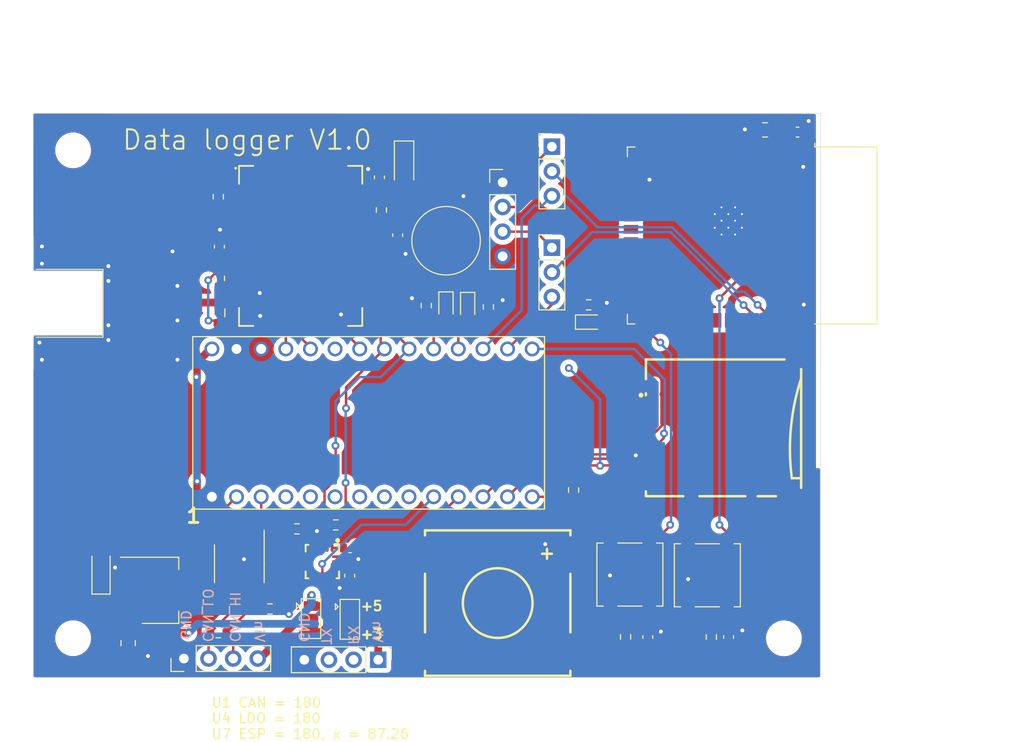
<source format=kicad_pcb>
(kicad_pcb (version 20221018) (generator pcbnew)
  (layers (0 "F.Cu" signal) (31 "B.Cu" signal) (34 "B.Paste" user) (35 "F.Paste" user) (36 "B.SilkS" user "B.Silkscreen") (37 "F.SilkS" user "F.Silkscreen") (38 "B.Mask" user) (39 "F.Mask" user) (44 "Edge.Cuts" user))
  (net 0 "")
  (net 1 "GND")
  (net 2 "/RF")
  (net 3 "BACKUP")
  (net 4 "Net-(C2-Pad2)")
  (net 5 "+5V")
  (net 6 "+3.3V")
  (net 7 "ESP_EN")
  (net 8 "IO0")
  (net 9 "Net-(D1-K)")
  (net 10 "LED1")
  (net 11 "Net-(D2-K)")
  (net 12 "Net-(D3-K)")
  (net 13 "LED2")
  (net 14 "Net-(J1-Pin_1)")
  (net 15 "RX1")
  (net 16 "TX1")
  (net 17 "CAN_LO")
  (net 18 "CAN_HI")
  (net 19 "ESP_RX_OUT")
  (net 20 "U0RXD")
  (net 21 "ESP_RX")
  (net 22 "ESP_TX_OUT")
  (net 23 "U0TXD")
  (net 24 "ESP_TX")
  (net 25 "SPK")
  (net 26 "Net-(U1-Rs)")
  (net 27 "Net-(U3-VCC_RF)")
  (net 28 "Net-(U3-D_SEL)")
  (net 29 "SDA")
  (net 30 "SCL")
  (net 31 "CAN_TX")
  (net 32 "CAN_RX")
  (net 35 "PPS")
  (net 36 "EXTINT")
  (net 40 "RESET_GPS")
  (net 51 "ACC_INT")
  (net 55 "Net-(J2-Pin_4)")
  (net 56 "Net-(D5-K)")
  (net 57 "Net-(D5-A)")
  (net 87 "MISO")
  (net 88 "MOSI")
  (net 89 "CS")
  (net 96 "CLK")
  (footprint "Connector_PinHeader_2.54mm:PinHeader_1x03_P2.54mm_Vertical" (layer "F.Cu") (at 70.3586 28.6244)
    (fp_text reference "J3" hide)
    (fp_text value "Conn_01x03" hide)
  )
  (footprint "Resistor_SMD:R_0603_1608Metric" (layer "F.Cu") (at 52.7818 24.7382 90)
    (fp_text reference "R3" hide)
    (fp_text value "1k")
  )
  (footprint "Button_Switch_SMD:SW_SPST_B3SL-1022P" (layer "F.Cu") (at 78.3982 62.3222 90)
    (fp_text reference "S2" hide)
    (fp_text value "TL3342F160QG" hide)
  )
  (footprint "Inductor_SMD:L_0805_2012Metric" (layer "F.Cu") (at 36.0812 35.3439 -90)
    (fp_text reference "L1" hide)
    (fp_text value "27nH")
  )
  (footprint "RF_Antenna:molex_ 0732519780" (layer "F.Cu") (at 24.0826 34.3574 -90)
    (fp_text reference "ANT1" hide)
    (fp_text value "U.FL" hide)
  )
  (footprint "MountingHole:MountingHole_3.2mm_M3" (layer "F.Cu") (at 94.2766 68.8994)
    (fp_text reference "REF**" hide)
    (fp_text value "MountingHole_3.2mm_M3" hide)
  )
  (footprint "Resistor_SMD:R_0603_1608Metric" (layer "F.Cu") (at 86.7924 68.7574 90)
    (fp_text reference "R10" hide)
    (fp_text value "10k" hide)
  )
  (footprint "Capacitor_SMD:C_0805_2012Metric" (layer "F.Cu") (at 26.6706 69.3914 -90)
    (fp_text reference "C4" hide)
    (fp_text value "10uF")
  )
  (footprint "Resistor_SMD:R_0603_1608Metric" (layer "F.Cu") (at 35.967 23.3666 -90)
    (fp_text reference "R7" hide)
    (fp_text value "10k" hide)
  )
  (footprint "Connector_Card:TF-SMD_TF-013-A" (layer "F.Cu") (at 87.98 47.26 90)
    (fp_text reference "J6" hide)
    (fp_text value "SD_Card" hide)
  )
  (footprint "LED_SMD:LED_0603_1608Metric" (layer "F.Cu") (at 61.6718 34.7203 -90)
    (fp_text reference "D3" hide)
    (fp_text value "LED GRN" hide)
  )
  (footprint "Resistor_SMD:R_0603_1608Metric" (layer "F.Cu") (at 77.9532 68.7452 90)
    (fp_text reference "R11" hide)
    (fp_text value "10k" hide)
  )
  (footprint "Capacitor_SMD:C_0603_1608Metric" (layer "F.Cu") (at 95.6824 16.7118)
    (fp_text reference "C7" hide)
    (fp_text value "100nF" hide)
  )
  (footprint "LIS3DHTR:LGA-16_L3.0-W3.0-P0.50-TL" (layer "F.Cu") (at 46.6958 60.9798 -90)
    (fp_text reference "U5" hide)
    (fp_text value "LIS3DHTR" hide)
  )
  (footprint "Capacitor_SMD:C_0603_1608Metric" (layer "F.Cu") (at 49.5122 62.4276 -90)
    (fp_text reference "C9" hide)
    (fp_text value "100nF" hide)
  )
  (footprint "MountingHole:MountingHole_3.2mm_M3" (layer "F.Cu") (at 21 18.59)
    (fp_text reference "REF**" hide)
    (fp_text value "MountingHole_3.2mm_M3" hide)
  )
  (footprint "Package_SO:SOIC-8_3.9x4.9mm_P1.27mm" (layer "F.Cu") (at 38.1336 61.2004 -90)
    (fp_text reference "U1" hide)
    (fp_text value "TJA1050T/CM,118" hide)
  )
  (footprint "Capacitor_SMD:C_0603_1608Metric" (layer "F.Cu") (at 80.2392 68.7582 -90)
    (fp_text reference "C13" hide)
    (fp_text value "100nF" hide)
  )
  (footprint "Buzzer_Beeper:BUZ-SMD_5P-L15.0-W15.0-P13.7-BL" (layer "F.Cu") (at 64.7706 64.8194 180)
    (fp_text reference "LS1" hide)
    (fp_text value "Speaker" hide)
  )
  (footprint "RF_Module:ESP32-WROOM-32D" (layer "F.Cu") (at 88.0166 27.3668 -90)
    (fp_text reference "U7" hide)
    (fp_text value "ESP32-WROOM-32D")
  )
  (footprint "Battery:BatteryHolder_Seiko_MS621F" (layer "F.Cu") (at 59.4486 22.9094 90)
    (fp_text reference "BT1" hide)
    (fp_text value "Battery_Cell" hide)
  )
  (footprint "Capacitor_Tantalum_SMD:CP_EIA-3216-18_Kemet-A" (layer "F.Cu") (at 23.8766 62.0254 90)
    (fp_text reference "C10" hide)
    (fp_text value "C_Polarized_Small_US" hide)
  )
  (footprint "LED_SMD:LED_0603_1608Metric" (layer "F.Cu") (at 59.4366 34.6695 -90)
    (fp_text reference "D1" hide)
    (fp_text value "LED RED" hide)
  )
  (footprint "Diode_SMD:D_SOD-123" (layer "F.Cu") (at 55.1186 19.9894 -90)
    (fp_text reference "D2" hide)
    (fp_text value "D_Schottky" hide)
  )
  (footprint "Button_Switch_SMD:SW_SPST_B3SL-1022P" (layer "F.Cu") (at 86.3804 62.3984 90)
    (fp_text reference "S1" hide)
    (fp_text value "TL3342F160QG" hide)
  )
  (footprint "Resistor_SMD:R_0603_1608Metric" (layer "F.Cu") (at 72.5938 53.6048 -90)
    (fp_text reference "R13" hide)
    (fp_text value "20k")
  )
  (footprint "Capacitor_SMD:C_0603_1608Metric" (layer "F.Cu") (at 49.5506 59.5568)
    (fp_text reference "C6" hide)
    (fp_text value "100nF" hide)
  )
  (footprint "Package_TO_SOT_SMD:SOT-223-3_TabPin2" (layer "F.Cu") (at 29.9806 63.9474)
    (fp_text reference "U4" hide)
    (fp_text value "LD1117S18TR_SOT223" hide)
  )
  (footprint "Jumper:SolderJumper-3_P1.3mm_Open_Pad1.0x1.5mm" (layer "F.Cu") (at 49.5283 66.9358 -90)
    (fp_text reference "JP1" hide)
    (fp_text value "SolderJumper_3_Open" hide)
  )
  (footprint "Resistor_SMD:R_0603_1608Metric" (layer "F.Cu") (at 41.2954 65.869)
    (fp_text reference "R2" hide)
    (fp_text value "10k")
  )
  (footprint "Connector_PinHeader_2.54mm:PinHeader_1x04_P2.54mm_Vertical" (layer "F.Cu") (at 52.4516 71.1064 -90)
    (fp_text reference "J1" hide)
    (fp_text value "SERIAL1")
  )
  (footprint "Connector_PinHeader_2.54mm:PinHeader_1x04_P2.54mm_Vertical" (layer "F.Cu") (at 65.2786 21.8934)
    (fp_text reference "J5" hide)
    (fp_text value "PROG ESP32")
  )
  (footprint "Resistor_SMD:R_0603_1608Metric" (layer "F.Cu") (at 36.0812 31.7814 90)
    (fp_text reference "R6" hide)
    (fp_text value "10")
  )
  (footprint "Capacitor_SMD:C_0603_1608Metric" (layer "F.Cu") (at 88.5704 68.7574 -90)
    (fp_text reference "C12" hide)
    (fp_text value "100nF" hide)
  )
  (footprint "Resistor_SMD:R_0603_1608Metric" (layer "F.Cu") (at 44.0772 57.614)
    (fp_text reference "R8" hide)
    (fp_text value "10k" hide)
  )
  (footprint "DEV-15583:MODULE_DEV-15583" (layer "F.Cu") (at 51.8166 46.6838 90)
    (fp_text reference "U6" hide)
    (fp_text value "DEV-15583" hide)
  )
  (footprint "Capacitor_SMD:C_0603_1608Metric" (layer "F.Cu") (at 54.4582 27.329 90)
    (fp_text reference "C1" hide)
    (fp_text value "1uF")
  )
  (footprint "MountingHole:MountingHole_3.2mm_M3" (layer "F.Cu") (at 21 68.8834)
    (fp_text reference "REF**" hide)
    (fp_text value "MountingHole_3.2mm_M3" hide)
  )
  (footprint "Resistor_SMD:R_0603_1608Metric" (layer "F.Cu") (at 63.8054 34.7336 -90)
    (fp_text reference "R4" hide)
    (fp_text value "20k" hide)
  )
  (footprint "Capacitor_SMD:C_0603_1608Metric" (layer "F.Cu") (at 36.0812 28.5294 -90)
    (fp_text reference "C2" hide)
    (fp_text value "47pF")
  )
  (footprint "Resistor_SMD:R_0603_1608Metric" (layer "F.Cu") (at 57.4046 34.5934 -90)
    (fp_text reference "R1" hide)
    (fp_text value "20k" hide)
  )
  (footprint "Resistor_SMD:R_0603_1608Metric" (layer "F.Cu") (at 48.0772 57.2076 180)
    (fp_text reference "R9" hide)
    (fp_text value "10k" hide)
  )
  (footprint "Resistor_SMD:R_0603_1608Metric" (layer "F.Cu") (at 74.1432 34.5172 180)
    (fp_text reference "R12" hide)
    (fp_text value "20k" hide)
  )
  (footprint "Capacitor_SMD:C_0603_1608Metric" (layer "F.Cu") (at 52.5786 21.3724 -90)
    (fp_text reference "C3" hide)
    (fp_text value "1uF")
  )
  (footprint "Capacitor_SMD:C_0805_2012Metric" (layer "F.Cu") (at 92.3296 16.4832)
    (fp_text reference "C8" hide)
    (fp_text value "10uF" hide)
  )
  (footprint "Resistor_SMD:R_0603_1608Metric" (layer "F.Cu") (at 35.9746 68.3124)
    (fp_text reference "R5" hide)
    (fp_text value "120" hide)
  )
  (footprint "Jumper:SolderJumper-3_P1.3mm_Open_Pad1.0x1.5mm" (layer "F.Cu") (at 45.525 66.8642 -90)
    (fp_text reference "JP2" hide)
    (fp_text value "SolderJumper_3_Open" hide)
  )
  (footprint "Connector_PinHeader_2.54mm:PinHeader_1x04_P2.54mm_Vertical" (layer "F.Cu") (at 32.4186 70.9794 90)
    (fp_text reference "J2" hide)
    (fp_text value "Conn_01x04" hide)
  )
  (footprint "Feather-NEO-M9N-GPS:NEO-M9N" (layer "F.Cu") (at 44.4562 28.4394 180)
    (fp_text reference "U3" hide)
    (fp_text value "NEO-M9N" hide)
  )
  (footprint "LED_SMD:LED_0603_1608Metric" (layer "F.Cu") (at 74.2702 36.2952)
    (fp_text reference "D5" hide)
    (fp_text value "LED BLU" hide)
  )
  (footprint "Connector_PinHeader_2.54mm:PinHeader_1x03_P2.54mm_Vertical" (layer "F.Cu") (at 70.3586 18.2104)
    (fp_text reference "J4" hide)
    (fp_text value "Conn_01x03" hide)
  )
  (gr_poly (pts (xy 16.8916 27.6084) (xy 16.893496 31.0374) (xy 24.005496 31.0374) (xy 24.005496 37.6414) (xy 16.893496 37.6414) (xy 16.893496 40.9434) (xy 16.893496 45.2614) (xy 16.893496 72.9474) (xy 98.046496 72.9474) (xy 98.046496 14.7814) (xy 16.87 14.77)) (stroke (width 0.05)) (fill none) (layer "Edge.Cuts"))
  (gr_text "TX\n" (at 46.4826 69.6454 270) (layer "B.SilkS") (effects (font (size 1 1)) (justify left bottom mirror)))
  (gr_text "Vin" (at 51.7866 69.4194 270) (layer "B.SilkS") (effects (font (size 1 1)) (justify left bottom mirror)))
  (gr_text "CAN_HI\n" (at 37.0846 69.3914 270) (layer "B.SilkS") (effects (font (size 1 1)) (justify left bottom mirror)))
  (gr_text "Vin" (at 39.6246 69.3914 270) (layer "B.SilkS") (effects (font (size 1 1)) (justify left bottom mirror)))
  (gr_text "GND\n" (at 32.0046 69.1374 270) (layer "B.SilkS") (effects (font (size 1 1)) (justify left bottom mirror)))
  (gr_text "RX" (at 49.2766 69.6454 270) (layer "B.SilkS") (effects (font (size 1 1)) (justify left bottom mirror)))
  (gr_text "CAN_LO" (at 34.2906 69.3914 -90) (layer "B.SilkS") (effects (font (size 1 1)) (justify left bottom mirror)))
  (gr_text "GND\n" (at 44.1966 69.3914 270) (layer "B.SilkS") (effects (font (size 1 1)) (justify left bottom mirror)))
  (gr_text "+3" (at 50.5217 69.0464) (layer "F.SilkS") (effects (font (size 1 1) (thickness 0.24) bold) (justify left bottom)))
  (gr_text "1" (at 32.512 57.15) (layer "F.SilkS") (effects (font (size 1.5 1.5) (thickness 0.3) bold) (justify left bottom)))
  (gr_text "+5" (at 50.54 66.15) (layer "F.SilkS") (effects (font (size 1 1) (thickness 0.2) bold) (justify left bottom)))
  (gr_text "U1 CAN = 180\nU4 LDO = 180\nU7 ESP = 180, x = 87.26" (at 35.18 79.34) (layer "F.SilkS") (effects (font (size 1 1)) (justify left bottom)))
  (gr_text "Data logger V1.0\n" (at 25.95 18.68) (layer "F.SilkS") (effects (font (size 2 2) (thickness 0.2)) (justify left bottom)))
  (segment (start 26.9322 70.4664) (end 28.4562 70.4664) (width 0.25) (layer "F.Cu") (net 1))
  (segment (start 76.353 62.4146) (end 76.3982 62.4598) (width 0.25) (layer "F.Cu") (net 1))
  (segment (start 38.7686 58.7254) (end 38.7686 60.5858) (width 0.25) (layer "F.Cu") (net 1))
  (segment (start 54.4582 28.4466) (end 55.271 29.2594) (width 0.25) (layer "F.Cu") (net 1))
  (segment (start 63.8054 33.9086) (end 65.1526 33.9086) (width 0.25) (layer "F.Cu") (net 1))
  (segment (start 57.4046 33.7684) (end 55.9944 33.7684) (width 0.25) (layer "F.Cu") (net 1))
  (segment (start 36.0812 26.8338) (end 36.1448 26.7702) (width 0.25) (layer "F.Cu") (net 1))
  (segment (start 46.024404 57.952796) (end 46.1346 57.8426) (width 0.25) (layer "F.Cu") (net 1))
  (segment (start 47.1958 63.0298) (end 47.876 63.71) (width 0.25) (layer "F.Cu") (net 1))
  (segment (start 65.1526 33.9086) (end 65.2786 34.0346) (width 0.25) (layer "F.Cu") (net 1))
  (segment (start 42.7228 65.869) (end 43.2512 66.3974) (width 0.25) (layer "F.Cu") (net 1))
  (segment (start 50.3758 59.5698) (end 50.3758 60.7122) (width 0.25) (layer "F.Cu") (net 1))
  (segment (start 89.8964 67.9824) (end 89.9928 68.0788) (width 0.25) (layer "F.Cu") (net 1))
  (segment (start 38.4562 33.2394) (end 40.1756 33.2394) (width 0.25) (layer "F.Cu") (net 1))
  (segment (start 79.505 49.885) (end 79.58 49.96) (width 0.25) (layer "F.Cu") (net 1))
  (segment (start 80.2392 67.9832) (end 81.3628 67.9832) (width 0.25) (layer "F.Cu") (net 1))
  (segment (start 84.3804 62.7712) (end 84.4048 62.7956) (width 0.25) (layer "F.Cu") (net 1))
  (segment (start 78.9946 50.0366) (end 80.3534 50.0366) (width 0.25) (layer "F.Cu") (net 1))
  (segment (start 96.7498 16.7626) (end 96.7498 15.6444) (width 0.25) (layer "F.Cu") (net 1))
  (segment (start 50.4562 21.4394) (end 50.4926 21.4394) (width 0.25) (layer "F.Cu") (net 1))
  (segment (start 80.3742 21.6568) (end 80.417 21.614) (width 0.25) (layer "F.Cu") (net 1))
  (segment (start 91.471 16.534) (end 90.3484 16.534) (width 0.25) (layer "F.Cu") (net 1))
  (segment (start 38.7686 60.5858) (end 38.6162 60.7382) (width 0.25) (layer "F.Cu") (net 1))
  (segment (start 48.6846 35.4394) (end 48.6162 35.5078) (width 0.25) (layer "F.Cu") (net 1))
  (segment (start 42.1204 65.869) (end 42.7228 65.869) (width 0.25) (layer "F.Cu") (net 1))
  (segment (start 54.4582 28.104) (end 54.4582 28.4466) (width 0.25) (layer "F.Cu") (net 1))
  (segment (start 47.876 63.71) (end 48.4714 63.71) (width 0.25) (layer "F.Cu") (net 1))
  (segment (start 25.332 61.6018) (end 25.2864 61.6474) (width 0.25) (layer "F.Cu") (net 1))
  (segment (start 46.024404 58.4648) (end 46.024404 57.952796) (width 0.25) (layer "F.Cu") (net 1))
  (segment (start 25.332 61.6018) (end 24.803 61.6018) (width 0.25) (layer "F.Cu") (net 1))
  (segment (start 84.3804 65.2784) (end 84.3804 62.82) (width 0.25) (layer "F.Cu") (net 1))
  (segment (start 81.3628 67.9832) (end 81.5854 68.2058) (width 0.25) (layer "F.Cu") (net 1))
  (segment (start 26.8306 61.6474) (end 25.3776 61.6474) (width 0.25) (layer "F.Cu") (net 1))
  (segment (start 88.5704 67.9824) (end 89.8964 67.9824) (width 0.25) (layer "F.Cu") (net 1))
  (segment (start 40.1756 33.2394) (end 40.2342 33.298) (width 0.25) (layer "F.Cu") (net 1))
  (segment (start 52.7182 20.6554) (end 51.5438 20.6554) (width 0.25) (layer "F.Cu") (net 1))
  (segment (start 79.58 49.96) (end 80.43 49.96) (width 0.25) (layer "F.Cu") (net 1))
  (segment (start 28.4562 70.4664) (end 28.7102 70.7204) (width 0.25) (layer "F.Cu") (net 1))
  (segment (start 50.4926 21.4394) (end 51.4102 20.5218) (width 0.25) (layer "F.Cu") (net 1))
  (segment (start 79.58 46.66) (end 79.505 46.735) (width 0.25) (layer "F.Cu") (net 1))
  (segment (start 45.6958 59.5798) (end 45.6958 58.793404) (width 0.25) (layer "F.Cu") (net 1))
  (segment (start 74.9682 34.5172) (end 75.811102 34.5172) (width 0.25) (layer "F.Cu") (net 1))
  (segment (start 96.2666 18.6168) (end 96.2666 20.2932) (width 0.25) (layer "F.Cu") (net 1))
  (segment (start 25.3776 61.6474) (end 25.332 61.6018) (width 0.25) (layer "F.Cu") (net 1))
  (segment (start 76.3982 62.3694) (end 76.353 62.4146) (width 0.25) (layer "F.Cu") (net 1))
  (segment (start 79.505 46.735) (end 79.505 49.885) (width 0.25) (layer "F.Cu") (net 1))
  (segment (start 24.803 61.6018) (end 23.8766 60.6754) (width 0.25) (layer "F.Cu") (net 1))
  (segment (start 40.0642 35.4394) (end 40.285 35.6602) (width 0.25) (layer "F.Cu") (net 1))
  (segment (start 60.8336 22.9094) (end 61.24 23.3158) (width 0.25) (layer "F.Cu") (net 1))
  (segment (start 38.4562 35.4394) (end 40.0642 35.4394) (width 0.25) (layer "F.Cu") (net 1))
  (segment (start 96.2666 34.5426) (end 96.3174 34.4918) (width 0.25) (layer "F.Cu") (net 1))
  (segment (start 80.3534 50.0366) (end 80.43 49.96) (width 0.25) (layer "F.Cu") (net 1))
  (segment (start 80.43 46.66) (end 79.58 46.66) (width 0.25) (layer "F.Cu") (net 1))
  (segment (start 76.3982 62.4598) (end 76.3982 65.2022) (width 0.25) (layer "F.Cu") (net 1))
  (segment (start 50.4562 35.4394) (end 48.6846 35.4394) (width 0.25) (layer "F.Cu") (net 1))
  (segment (start 71.6206 59.8194) (end 70.3016 59.8194) (width 0.25) (layer "F.Cu") (net 1))
  (segment (start 96.2666 36.1168) (end 96.2666 34.5426) (width 0.25) (layer "F.Cu") (net 1))
  (segment (start 49.5122 63.2026) (end 48.9788 63.2026) (width 0.25) (layer "F.Cu") (net 1))
  (segment (start 78.5066 21.6568) (end 80.3742 21.6568) (width 0.25) (layer "F.Cu") (net 1))
  (segment (start 84.3804 62.82) (end 84.4048 62.7956) (width 0.25) (layer "F.Cu") (net 1))
  (segment (start 90.3484 16.534) (end 90.2468 16.4324) (width 0.25) (layer "F.Cu") (net 1))
  (segment (start 47.1958 62.3798) (end 47.1958 63.0298) (width 0.25) (layer "F.Cu") (net 1))
  (segment (start 36.0812 27.7544) (end 36.0812 26.8338) (width 0.25) (layer "F.Cu") (net 1))
  (segment (start 76.3982 59.4422) (end 76.3982 62.3694) (width 0.25) (layer "F.Cu") (net 1))
  (segment (start 45.6958 58.793404) (end 46.024404 58.4648) (width 0.25) (layer "F.Cu") (net 1))
  (segment (start 55.9944 33.7684) (end 55.9314 33.8314) (width 0.25) (layer "F.Cu") (net 1))
  (segment (start 84.3804 59.5184) (end 84.3804 62.7712) (width 0.25) (layer "F.Cu") (net 1))
  (segment (start 96.7498 15.6444) (end 96.8254 15.5688) (width 0.25) (layer "F.Cu") (net 1))
  (segment (start 70.3016 59.8194) (end 69.6678 59.1856) (width 0.25) (layer "F.Cu") (net 1))
  (segment (start 60.1986 22.9094) (end 60.8336 22.9094) (width 0.25) (layer "F.Cu") (net 1))
  (segment (start 75.811102 34.5172) (end 76.018551 34.309751) (width 0.25) (layer "F.Cu") (net 1))
  (segment (start 51.5438 20.6554) (end 51.4102 20.5218) (width 0.25) (layer "F.Cu") (net 1))
  (segment (start 48.9788 63.2026) (end 48.4714 63.71) (width 0.25) (layer "F.Cu") (net 1))
  (via (at 50.4018 60.7382) (size 0.8) (drill 0.4) (layers "F.Cu" "B.Cu") (net 1))
  (via (at 65.2786 34.0346) (size 0.8) (drill 0.4) (layers "F.Cu" "B.Cu") (net 1))
  (via (at 96.2666 20.2932) (size 0.8) (drill 0.4) (layers "F.Cu" "B.Cu") (net 1))
  (via (at 48.4714 63.71) (size 0.8) (drill 0.4) (layers "F.Cu" "B.Cu") (net 1))
  (via (at 17.7806 40.1814) (size 0.8) (drill 0.4) (layers "F.Cu" "B.Cu") (net 1))
  (via (at 31.7506 40.1814) (size 0.8) (drill 0.4) (layers "F.Cu" "B.Cu") (net 1))
  (via (at 24.6386 38.1494) (size 0.8) (drill 0.4) (layers "F.Cu" "B.Cu") (net 1))
  (via (at 36.1448 26.7702) (size 0.8) (drill 0.4) (layers "F.Cu" "B.Cu") (net 1))
  (via (at 81.5854 68.2058) (size 0.8) (drill 0.4) (layers "F.Cu" "B.Cu") (net 1))
  (via (at 48.6162 35.5078) (size 0.8) (drill 0.4) (layers "F.Cu" "B.Cu") (net 1))
  (via (at 51.4102 20.5218) (size 0.8) (drill 0.4) (layers "F.Cu" "B.Cu") (net 1))
  (via (at 24.6386 30.5294) (size 0.8) (drill 0.4) (layers "F.Cu" "B.Cu") (net 1))
  (via (at 84.4048 62.7956) (size 0.8) (drill 0.4) (layers "F.Cu" "B.Cu") (net 1))
  (via (at 96.8254 15.5688) (size 0.8) (drill 0.4) (layers "F.Cu" "B.Cu") (net 1))
  (via (at 78.9946 50.0366) (size 0.8) (drill 0.4) (layers "F.Cu" "B.Cu") (net 1))
  (via (at 69.6678 59.1856) (size 0.8) (drill 0.4) (layers "F.Cu" "B.Cu") (net 1))
  (via (at 76.018551 34.309751) (size 0.8) (drill 0.4) (layers "F.Cu" "B.Cu") (net 1))
  (via (at 24.6386 36.6254) (size 0.8) (drill 0.4) (layers "F.Cu" "B.Cu") (net 1))
  (via (at 40.2342 33.298) (size 0.8) (drill 0.4) (layers "F.Cu" "B.Cu") (net 1))
  (via (at 38.6162 60.7382) (size 0.8) (drill 0.4) (layers "F.Cu" "B.Cu") (net 1))
  (via (at 61.24 23.3158) (size 0.8) (drill 0.4) (layers "F.Cu" "B.Cu") (net 1))
  (via (at 40.285 35.6602) (size 0.8) (drill 0.4) (layers "F.Cu" "B.Cu") (net 1))
  (via (at 24.6386 32.0534) (size 0.8) (drill 0.4) (layers "F.Cu" "B.Cu") (net 1))
  (via (at 28.7102 70.7204) (size 0.8) (drill 0.4) (layers "F.Cu" "B.Cu") (net 1))
  (via (at 96.3174 34.4918) (size 0.8) (drill 0.4) (layers "F.Cu" "B.Cu") (net 1))
  (via (at 17.5266 38.4034) (size 0.8) (drill 0.4) (layers "F.Cu" "B.Cu") (net 1))
  (via (at 90.2468 16.4324) (size 0.8) (drill 0.4) (layers "F.Cu" "B.Cu") (net 1))
  (via (at 43.2512 66.3974) (size 0.8) (drill 0.4) (layers "F.Cu" "B.Cu") (net 1))
  (via (at 31.7506 36.1174) (size 0.8) (drill 0.4) (layers "F.Cu" "B.Cu") (net 1))
  (via (at 80.417 21.614) (size 0.8) (drill 0.4) (layers "F.Cu" "B.Cu") (net 1))
  (via (at 25.332 61.6018) (size 0.8) (drill 0.4) (layers "F.Cu" "B.Cu") (net 1))
  (via (at 31.2426 29.0054) (size 0.8) (drill 0.4) (layers "F.Cu" "B.Cu") (net 1))
  (via (at 76.353 62.4146) (size 0.8) (drill 0.4) (layers "F.Cu" "B.Cu") (net 1))
  (via (at 89.9928 68.0788) (size 0.8) (drill 0.4) (layers "F.Cu" "B.Cu") (net 1))
  (via (at 46.1346 57.8426) (size 0.8) (drill 0.4) (layers "F.Cu" "B.Cu") (net 1))
  (via (at 55.271 29.2594) (size 0.8) (drill 0.4) (layers "F.Cu" "B.Cu") (net 1))
  (via (at 17.7806 30.2754) (size 0.8) (drill 0.4) (layers "F.Cu" "B.Cu") (net 1))
  (via (at 17.7806 28.4974) (size 0.8) (drill 0.4) (layers "F.Cu" "B.Cu") (net 1))
  (via (at 31.7506 32.5614) (size 0.8) (drill 0.4) (layers "F.Cu" "B.Cu") (net 1))
  (via (at 55.9314 33.8314) (size 0.8) (drill 0.4) (layers "F.Cu" "B.Cu") (net 1))
  (segment (start 34.1746 34.3394) (end 25.1466 34.3394) (width 0.8) (layer "F.Cu") (net 2))
  (segment (start 36.0812 34.2814) (end 34.2326 34.2814) (width 0.8) (layer "F.Cu") (net 2))
  (segment (start 34.2326 34.2814) (end 34.1746 34.3394) (width 0.8) (layer "F.Cu") (net 2))
  (segment (start 36.1392 34.3394) (end 36.0812 34.2814) (width 0.25) (layer "F.Cu") (net 2))
  (segment (start 38.4562 34.3394) (end 36.1392 34.3394) (width 0.5) (layer "F.Cu") (net 2))
  (segment (start 51.9818 23.989) (end 51.6322 23.6394) (width 0.25) (layer "F.Cu") (net 3))
  (segment (start 54.4582 26.554) (end 53.7726 26.554) (width 0.25) (layer "F.Cu") (net 3))
  (segment (start 51.9818 24.7632) (end 51.9818 23.989) (width 0.25) (layer "F.Cu") (net 3))
  (segment (start 54.8646 25.6018) (end 54.8646 26.1476) (width 0.25) (layer "F.Cu") (net 3))
  (segment (start 54.8646 26.1476) (end 54.4582 26.554) (width 0.25) (layer "F.Cu") (net 3))
  (segment (start 51.6322 23.6394) (end 50.4562 23.6394) (width 0.25) (layer "F.Cu") (net 3))
  (segment (start 53.7726 26.554) (end 52.7818 25.5632) (width 0.25) (layer "F.Cu") (net 3))
  (segment (start 52.7818 25.5632) (end 51.9818 24.7632) (width 0.25) (layer "F.Cu") (net 3))
  (segment (start 56.0062 25.6018) (end 54.8646 25.6018) (width 0.25) (layer "F.Cu") (net 3))
  (segment (start 58.6986 22.9094) (end 56.0062 25.6018) (width 0.25) (layer "F.Cu") (net 3))
  (segment (start 36.0812 30.9564) (end 35.9464 30.9564) (width 0.25) (layer "F.Cu") (net 4))
  (segment (start 36.0812 29.3044) (end 36.0812 30.9564) (width 0.25) (layer "F.Cu") (net 4))
  (segment (start 35.8176 36.1428) (end 36.0812 36.4064) (width 0.25) (layer "F.Cu") (net 4))
  (segment (start 35.9464 30.9564) (end 34.9256 31.9772) (width 0.25) (layer "F.Cu") (net 4))
  (segment (start 34.951 36.1428) (end 35.8176 36.1428) (width 0.25) (layer "F.Cu") (net 4))
  (via (at 34.951 36.1428) (size 0.8) (drill 0.4) (layers "F.Cu" "B.Cu") (net 4))
  (via (at 34.9256 31.9772) (size 0.8) (drill 0.4) (layers "F.Cu" "B.Cu") (net 4))
  (segment (start 34.9256 36.1174) (end 34.951 36.1428) (width 0.25) (layer "B.Cu") (net 4))
  (segment (start 34.9256 31.9772) (end 34.9256 36.1174) (width 0.25) (layer "B.Cu") (net 4))
  (segment (start 33.7572 53.8366) (end 33.7572 52.78) (width 0.8) (layer "F.Cu") (net 5))
  (segment (start 33.7572 40.4608) (end 35.3066 38.9114) (width 0.8) (layer "F.Cu") (net 5))
  (segment (start 29.4619 65.2581) (end 29.4619 58.1319) (width 0.8) (layer "F.Cu") (net 5))
  (segment (start 45.525 65.5642) (end 45.525 64.505) (width 0.8) (layer "F.Cu") (net 5))
  (segment (start 26.8306 67.1898) (end 27.1862 67.5454) (width 0.8) (layer "F.Cu") (net 5))
  (segment (start 45.525 64.505) (end 45.6 64.43) (width 0.8) (layer "F.Cu") (net 5))
  (segment (start 47.7602 65.5896) (end 47.7856 65.5642) (width 0.8) (layer "F.Cu") (net 5))
  (segment (start 33.7572 42.01) (end 33.7066 41.9594) (width 0.8) (layer "F.Cu") (net 5))
  (segment (start 26.8306 66.2474) (end 26.8306 67.1898) (width 0.8) (layer "F.Cu") (net 5))
  (segment (start 26.8814 68.4084) (end 26.8306 68.3576) (width 0.8) (layer "F.Cu") (net 5))
  (segment (start 26.8306 68.028) (end 26.8814 68.0788) (width 0.25) (layer "F.Cu") (net 5))
  (segment (start 33.7066 41.9594) (end 33.7572 41.9088) (width 0.8) (layer "F.Cu") (net 5))
  (segment (start 47.7348 65.5642) (end 47.7602 65.5896) (width 0.8) (layer "F.Cu") (net 5))
  (segment (start 27.1862 67.5454) (end 28.4306 66.301) (width 0.8) (layer "F.Cu") (net 5))
  (segment (start 27.1862 67.5454) (end 27.9736 68.3328) (width 0.8) (layer "F.Cu") (net 5))
  (segment (start 29.4619 58.1319) (end 33.7572 53.8366) (width 0.8) (layer "F.Cu") (net 5))
  (segment (start 26.8306 68.3576) (end 26.8306 68.028) (width 0.8) (layer "F.Cu") (net 5))
  (segment (start 28.4306 66.301) (end 28.4306 66.2894) (width 0.8) (layer "F.Cu") (net 5))
  (segment (start 47.7856 65.5642) (end 49.4567 65.5642) (width 0.8) (layer "F.Cu") (net 5))
  (segment (start 49.4567 65.5642) (end 49.5283 65.6358) (width 0.8) (layer "F.Cu") (net 5))
  (segment (start 27.9736 68.3328) (end 32.9012 68.3328) (width 0.8) (layer "F.Cu") (net 5))
  (segment (start 45.525 65.5642) (end 47.7348 65.5642) (width 0.8) (layer "F.Cu") (net 5))
  (segment (start 28.4306 66.2894) (end 29.4619 65.2581) (width 0.8) (layer "F.Cu") (net 5))
  (segment (start 33.7572 41.9088) (end 33.7572 40.4608) (width 0.8) (layer "F.Cu") (net 5))
  (via (at 32.9012 68.3328) (size 0.8) (drill 0.4) (layers "F.Cu" "B.Cu") (net 5))
  (via (at 33.7066 41.9594) (size 0.8) (drill 0.4) (layers "F.Cu" "B.Cu") (net 5))
  (via (at 45.6 64.43) (size 0.8) (drill 0.4) (layers "F.Cu" "B.Cu") (net 5))
  (via (at 33.7866 52.6994) (size 0.8) (drill 0.4) (layers "F.Cu" "B.Cu") (net 5))
  (segment (start 45.6 65.462814) (end 45.6 64.43) (width 0.8) (layer "B.Cu") (net 5))
  (segment (start 43.46 67.3974) (end 43.665414 67.3974) (width 0.8) (layer "B.Cu") (net 5))
  (segment (start 32.9012 68.3328) (end 33.8366 67.3974) (width 0.8) (layer "B.Cu") (net 5))
  (segment (start 33.8366 67.3974) (end 43.46 67.3974) (width 0.8) (layer "B.Cu") (net 5))
  (segment (start 43.665414 67.3974) (end 45.6 65.462814) (width 0.8) (layer "B.Cu") (net 5))
  (segment (start 33.7572 52.5388) (end 33.7572 42.01) (width 0.8) (layer "B.Cu") (net 5))
  (segment (start 43.46 67.3974) (end 45.9524 67.3974) (width 0.8) (layer "B.Cu") (net 5))
  (segment (start 48.0958 61.4798) (end 49.3394 61.4798) (width 0.25) (layer "F.Cu") (net 6))
  (segment (start 94.9074 16.7118) (end 93.5082 16.7118) (width 0.25) (layer "F.Cu") (net 6))
  (segment (start 50.3256 61.6526) (end 50.7828 62.1098) (width 0.25) (layer "F.Cu") (net 6))
  (segment (start 93.5082 16.7118) (end 93.2796 16.4832) (width 0.25) (layer "F.Cu") (net 6))
  (segment (start 45.2958 61.4798) (end 44.123 61.4798) (width 0.25) (layer "F.Cu") (net 6))
  (segment (start 93.2796 15.6602) (end 93.5488 15.391) (width 0.25) (layer "F.Cu") (net 6))
  (segment (start 48.7756 59.5568) (end 48.7756 59.1132) (width 0.25) (layer "F.Cu") (net 6))
  (segment (start 50.4562 22.5394) (end 52.3842 22.5394) (width 0.25) (layer "F.Cu") (net 6))
  (segment (start 80.43 47.76) (end 80.906295 47.76) (width 0.25) (layer "F.Cu") (net 6))
  (segment (start 47.6958 59.5798) (end 48.7526 59.5798) (width 0.25) (layer "F.Cu") (net 6))
  (segment (start 80.906295 47.76) (end 82.5506 46.115695) (width 0.25) (layer "F.Cu") (net 6))
  (segment (start 48.7756 59.1132) (end 49.0302 58.8586) (width 0.25) (layer "F.Cu") (net 6))
  (segment (start 52.3842 22.5394) (end 52.7182 22.2054) (width 0.25) (layer "F.Cu") (net 6))
  (segment (start 94.9712 16.534) (end 95.1998 16.7626) (width 0.25) (layer "F.Cu") (net 6))
  (segment (start 82.5506 46.115695) (end 82.5506 46.0234) (width 0.25) (layer "F.Cu") (net 6))
  (segment (start 54.1726 22.2054) (end 54.9916 21.3864) (width 0.25) (layer "F.Cu") (net 6))
  (segment (start 24.3146 63.9474) (end 23.7826 63.4154) (width 0.25) (layer "F.Cu") (net 6))
  (segment (start 94.9966 18.6168) (end 94.9966 16.9658) (width 0.25) (layer "F.Cu") (net 6))
  (segment (start 93.2796 16.4832) (end 93.2796 15.6602) (width 0.25) (layer "F.Cu") (net 6))
  (segment (start 26.8306 63.9474) (end 24.3146 63.9474) (width 0.25) (layer "F.Cu") (net 6))
  (segment (start 49.5122 61.6526) (end 50.3256 61.6526) (width 0.25) (layer "F.Cu") (net 6))
  (segment (start 49.3394 61.4798) (end 49.5122 61.6526) (width 0.25) (layer "F.Cu") (net 6))
  (segment (start 94.4886 16.28) (end 95.0474 15.7212) (width 0.25) (layer "F.Cu") (net 6))
  (segment (start 94.9966 16.9658) (end 95.1998 16.7626) (width 0.25) (layer "F.Cu") (net 6))
  (segment (start 48.7526 59.5798) (end 48.7756 59.5568) (width 0.25) (layer "F.Cu") (net 6))
  (segment (start 52.7182 22.2054) (end 54.1726 22.2054) (width 0.25) (layer "F.Cu") (net 6))
  (segment (start 88.3804 65.2784) (end 87.7704 65.8884) (width 0.25) (layer "F.Cu") (net 7))
  (segment (start 87.7704 68.7324) (end 88.5704 69.5324) (width 0.25) (layer "F.Cu") (net 7))
  (segment (start 93.7266 18.6168) (end 93.7266 27.7354) (width 0.25) (layer "F.Cu") (net 7))
  (segment (start 88.3804 59.5184) (end 88.3804 57.9492) (width 0.25) (layer "F.Cu") (net 7))
  (segment (start 93.7266 27.7354) (end 87.6306 33.8314) (width 0.25) (layer "F.Cu") (net 7))
  (segment (start 87.7704 65.8884) (end 87.7704 68.7324) (width 0.25) (layer "F.Cu") (net 7))
  (segment (start 88.3804 57.9492) (end 87.6306 57.1994) (width 0.25) (layer "F.Cu") (net 7))
  (segment (start 88.3804 59.5184) (end 88.3804 65.2784) (width 0.25) (layer "F.Cu") (net 7))
  (segment (start 88.5704 69.5324) (end 86.8424 69.5324) (width 0.25) (layer "F.Cu") (net 7))
  (segment (start 86.8424 69.5324) (end 86.7924 69.5824) (width 0.25) (layer "F.Cu") (net 7))
  (via (at 87.6306 33.8314) (size 0.8) (drill 0.4) (layers "F.Cu" "B.Cu") (net 7))
  (via (at 87.6306 57.1994) (size 0.8) (drill 0.4) (layers "F.Cu" "B.Cu") (net 7))
  (segment (start 87.6306 33.8314) (end 87.6306 57.1994) (width 0.25) (layer "B.Cu") (net 7))
  (segment (start 80.3982 65.2022) (end 79.1978 66.4026) (width 0.25) (layer "F.Cu") (net 8))
  (segment (start 79.7566 36.6968) (end 79.7566 36.1168) (width 0.25) (layer "F.Cu") (net 8))
  (segment (start 80.3982 59.4422) (end 80.3982 65.2022) (width 0.25) (layer "F.Cu") (net 8))
  (segment (start 77.9532 69.5702) (end 79.1978 69.5702) (width 0.25) (layer "F.Cu") (net 8))
  (segment (start 81.4632 38.4034) (end 79.7566 36.6968) (width 0.25) (layer "F.Cu") (net 8))
  (segment (start 81.5346 38.4034) (end 81.4632 38.4034) (width 0.25) (layer "F.Cu") (net 8))
  (segment (start 80.2022 69.5702) (end 80.2392 69.5332) (width 0.25) (layer "F.Cu") (net 8))
  (segment (start 80.3982 59.4422) (end 82.5506 57.2898) (width 0.25) (layer "F.Cu") (net 8))
  (segment (start 79.1978 66.4026) (end 79.1978 69.5702) (width 0.25) (layer "F.Cu") (net 8))
  (segment (start 79.1978 69.5702) (end 80.2022 69.5702) (width 0.25) (layer "F.Cu") (net 8))
  (segment (start 82.5506 57.2898) (end 82.5506 57.1994) (width 0.25) (layer "F.Cu") (net 8))
  (via (at 81.5346 38.4034) (size 0.8) (drill 0.4) (layers "F.Cu" "B.Cu") (net 8))
  (via (at 82.5506 57.1994) (size 0.8) (drill 0.4) (layers "F.Cu" "B.Cu") (net 8))
  (segment (start 81.5346 38.4748) (end 82.6406 39.5808) (width 0.25) (layer "B.Cu") (net 8))
  (segment (start 81.5346 38.4748) (end 81.5346 38.4034) (width 0.25) (layer "B.Cu") (net 8))
  (segment (start 82.6406 57.1998) (end 82.6406 39.5808) (width 0.25) (layer "B.Cu") (net 8))
  (segment (start 82.641 57.1994) (end 82.6406 57.1998) (width 0.25) (layer "B.Cu") (net 8))
  (segment (start 82.5506 57.1994) (end 82.641 57.1994) (width 0.25) (layer "B.Cu") (net 8))
  (segment (start 57.4046 35.4184) (end 57.9002 35.4184) (width 0.25) (layer "F.Cu") (net 9))
  (segment (start 57.9002 35.4184) (end 59.4366 33.882) (width 0.25) (layer "F.Cu") (net 9))
  (segment (start 58.1666 36.727) (end 59.4366 35.457) (width 0.25) (layer "F.Cu") (net 10))
  (segment (start 58.1666 38.9114) (end 58.1666 36.727) (width 0.25) (layer "F.Cu") (net 10))
  (segment (start 56.1346 22.6554) (end 54.8768 23.9132) (width 0.25) (layer "F.Cu") (net 11))
  (segment (start 56.1346 19.3554) (end 56.1346 22.6554) (width 0.25) (layer "F.Cu") (net 11))
  (segment (start 55.1186 18.3394) (end 56.1346 19.3554) (width 0.25) (layer "F.Cu") (net 11))
  (segment (start 54.8768 23.9132) (end 52.7818 23.9132) (width 0.25) (layer "F.Cu") (net 11))
  (segment (start 63.8054 35.5586) (end 63.2976 35.5586) (width 0.25) (layer "F.Cu") (net 12))
  (segment (start 63.2976 35.5586) (end 61.6718 33.9328) (width 0.25) (layer "F.Cu") (net 12))
  (segment (start 60.7066 38.9114) (end 60.7066 36.473) (width 0.25) (layer "F.Cu") (net 13))
  (segment (start 60.7066 36.473) (end 61.6718 35.5078) (width 0.25) (layer "F.Cu") (net 13))
  (segment (start 52.4516 68.3091) (end 51.0783 66.9358) (width 0.8) (layer "F.Cu") (net 14))
  (segment (start 52.4516 71.1064) (end 52.4516 68.3091) (width 0.8) (layer "F.Cu") (net 14))
  (segment (start 51.0783 66.9358) (end 49.5283 66.9358) (width 0.8) (layer "F.Cu") (net 14))
  (segment (start 34.9586 68.5034) (end 34.9586 70.9794) (width 0.25) (layer "F.Cu") (net 17))
  (segment (start 37.4986 65.9634) (end 35.1496 68.3124) (width 0.25) (layer "F.Cu") (net 17))
  (segment (start 35.1496 68.3124) (end 34.9586 68.5034) (width 0.25) (layer "F.Cu") (net 17))
  (segment (start 37.4986 63.6754) (end 37.4986 65.9634) (width 0.25) (layer "F.Cu") (net 17))
  (segment (start 38.7686 63.6754) (end 38.7686 66.3434) (width 0.25) (layer "F.Cu") (net 18))
  (segment (start 37.4986 69.0114) (end 37.4986 70.9794) (width 0.25) (layer "F.Cu") (net 18))
  (segment (start 38.7686 66.3434) (end 36.7996 68.3124) (width 0.25) (layer "F.Cu") (net 18))
  (segment (start 36.7996 68.3124) (end 37.4986 69.0114) (width 0.25) (layer "F.Cu") (net 18))
  (segment (start 68.7076 26.9734) (end 70.3586 28.6244) (width 0.25) (layer "F.Cu") (net 19))
  (segment (start 65.2786 26.9734) (end 68.7076 26.9734) (width 0.25) (layer "F.Cu") (net 19))
  (segment (start 91.1866 35.6094) (end 90.1198 34.5426) (width 0.25) (layer "F.Cu") (net 20))
  (segment (start 91.1866 36.1168) (end 91.1866 35.6094) (width 0.25) (layer "F.Cu") (net 20))
  (via (at 90.1198 34.5426) (size 0.8) (drill 0.4) (layers "F.Cu" "B.Cu") (net 20))
  (segment (start 82.6014 27.0242) (end 74.4988 27.0242) (width 0.25) (layer "B.Cu") (net 20))
  (segment (start 74.4988 27.0242) (end 70.3586 31.1644) (width 0.25) (layer "B.Cu") (net 20))
  (segment (start 90.1198 34.5426) (end 82.6014 27.0242) (width 0.25) (layer "B.Cu") (net 20))
  (segment (start 70.3586 34.4918) (end 70.3586 33.7044) (width 0.25) (layer "F.Cu") (net 21))
  (segment (start 65.7866 39.0638) (end 70.3586 34.4918) (width 0.25) (layer "F.Cu") (net 21))
  (segment (start 68.0218 20.5472) (end 70.3586 18.2104) (width 0.25) (layer "F.Cu") (net 22))
  (segment (start 66.7772 24.4334) (end 68.0218 23.1888) (width 0.25) (layer "F.Cu") (net 22))
  (segment (start 65.2786 24.4334) (end 66.7772 24.4334) (width 0.25) (layer "F.Cu") (net 22))
  (segment (start 68.0218 23.1888) (end 68.0218 20.5472) (width 0.25) (layer "F.Cu") (net 22))
  (segment (start 92.4566 36.1168) (end 92.4566 35.4062) (width 0.25) (layer "F.Cu") (net 23))
  (segment (start 92.4566 35.4062) (end 91.5676 34.5172) (width 0.25) (layer "F.Cu") (net 23))
  (via (at 91.5676 34.5172) (size 0.8) (drill 0.4) (layers "F.Cu" "B.Cu") (net 23))
  (segment (start 71.6667 22.0585) (end 71.6667 23.1253) (width 0.25) (layer "B.Cu") (net 23))
  (segment (start 91.5676 34.5172) (end 90.2214 33.171) (width 0.25) (layer "B.Cu") (net 23))
  (segment (start 89.4086 33.171) (end 82.7538 26.5162) (width 0.25) (layer "B.Cu") (net 23))
  (segment (start 71.6667 23.1253) (end 75.0576 26.5162) (width 0.25) (layer "B.Cu") (net 23))
  (segment (start 71.6667 22.0585) (end 70.3586 20.7504) (width 0.25) (layer "B.Cu") (net 23))
  (segment (start 90.2214 33.171) (end 89.4086 33.171) (width 0.25) (layer "B.Cu") (net 23))
  (segment (start 82.7538 26.5162) (end 75.0576 26.5162) (width 0.25) (layer "B.Cu") (net 23))
  (segment (start 63.2466 39.0638) (end 67.2366 35.0738) (width 0.25) (layer "B.Cu") (net 24))
  (segment (start 69.3696 24.2794) (end 70.3586 23.2904) (width 0.25) (layer "B.Cu") (net 24))
  (segment (start 67.2366 35.0738) (end 67.2366 25.6294) (width 0.25) (layer "B.Cu") (net 24))
  (segment (start 67.2366 25.6294) (end 68.5866 24.2794) (width 0.25) (layer "B.Cu") (net 24))
  (segment (start 68.5866 24.2794) (end 69.3696 24.2794) (width 0.25) (layer "B.Cu") (net 24))
  (segment (start 57.9206 57.0898) (end 60.7066 54.3038) (width 0.25) (layer "F.Cu") (net 25))
  (segment (start 57.9206 59.8194) (end 57.9206 57.0898) (width 0.25) (layer "F.Cu") (net 25))
  (segment (start 40.4704 65.869) (end 40.4704 64.1072) (width 0.25) (layer "F.Cu") (net 26))
  (segment (start 40.4704 64.1072) (end 40.0386 63.6754) (width 0.25) (layer "F.Cu") (net 26))
  (segment (start 36.5482 32.1394) (end 36.0812 32.6064) (width 0.25) (layer "F.Cu") (net 27))
  (segment (start 38.4562 32.1394) (end 36.5482 32.1394) (width 0.25) (layer "F.Cu") (net 27))
  (segment (start 38.4562 22.5394) (end 35.9692 22.5394) (width 0.25) (layer "F.Cu") (net 28))
  (segment (start 35.9692 22.5394) (end 35.967 22.5416) (width 0.25) (layer "F.Cu") (net 28))
  (segment (start 48.0648 49.0583) (end 48.0466 49.0401) (width 0.25) (layer "F.Cu") (net 29))
  (segment (start 46.9166 53.657809) (end 46.9166 55.7494) (width 0.25) (layer "F.Cu") (net 29))
  (segment (start 53.1882 30.7714) (end 53.1882 36.473) (width 0.25) (layer "F.Cu") (net 29))
  (segment (start 48.0648 52.509609) (end 46.9166 53.657809) (width 0.25) (layer "F.Cu") (net 29))
  (segment (start 44.922945 60.106945) (end 44.922945 57.634745) (width 0.25) (layer "F.Cu") (net 29))
  (segment (start 45.2958 60.4798) (end 44.922945 60.106945) (width 0.25) (layer "F.Cu") (net 29))
  (segment (start 44.922945 57.634745) (end 44.9022 57.614) (width 0.25) (layer "F.Cu") (net 29))
  (segment (start 48.0648 52.509609) (end 48.0648 49.0583) (width 0.25) (layer "F.Cu") (net 29))
  (segment (start 50.4562 28.0394) (end 53.1882 30.7714) (width 0.25) (layer "F.Cu") (net 29))
  (segment (start 44.9392 57.651) (end 44.9022 57.614) (width 0.25) (layer "F.Cu") (net 29))
  (segment (start 53.1882 36.473) (end 55.6266 38.9114) (width 0.25) (layer "F.Cu") (net 29))
  (segment (start 45.015 57.651) (end 44.9392 57.651) (width 0.25) (layer "F.Cu") (net 29))
  (segment (start 46.9166 55.7494) (end 45.015 57.651) (width 0.25) (layer "F.Cu") (net 29))
  (via (at 48.0466 49.0401) (size 0.8) (drill 0.4) (layers "F.Cu" "B.Cu") (net 29))
  (segment (start 48.0648 49.0219) (end 48.0466 49.0401) (width 0.25) (layer "B.Cu") (net 29))
  (segment (start 48.0648 44.4412) (end 50.5466 41.9594) (width 0.25) (layer "B.Cu") (net 29))
  (segment (start 48.0648 44.4412) (end 48.0648 49.0219) (width 0.25) (layer "B.Cu") (net 29))
  (segment (start 52.731 41.9594) (end 55.6266 39.0638) (width 0.25) (layer "B.Cu") (net 29))
  (segment (start 48.0466 49.0401) (end 48.0466 48.7787) (width 0.25) (layer "B.Cu") (net 29))
  (segment (start 50.5466 41.9594) (end 52.731 41.9594) (width 0.25) (layer "B.Cu") (net 29))
  (segment (start 49.6662 26.9394) (end 50.4562 26.9394) (width 0.25) (layer "F.Cu") (net 30))
  (segment (start 49.1366 43.0138) (end 53.0866 39.0638) (width 0.25) (layer "F.Cu") (net 30))
  (segment (start 49.0226 28.5558) (end 49.0226 27.583) (width 0.25) (layer "F.Cu") (net 30))
  (segment (start 49.0966 45.2194) (end 49.1366 45.1794) (width 0.25) (layer "F.Cu") (net 30))
  (segment (start 49.0966 55.3632) (end 49.0966 52.8694) (width 0.25) (layer "F.Cu") (net 30))
  (segment (start 47.2522 57.8734) (end 46.1958 58.9298) (width 0.25) (layer "F.Cu") (net 30))
  (segment (start 52.7056 31.012) (end 50.458 28.7644) (width 0.25) (layer "F.Cu") (net 30))
  (segment (start 53.0866 38.9114) (end 52.7056 38.5304) (width 0.25) (layer "F.Cu") (net 30))
  (segment (start 49.0226 27.583) (end 49.6662 26.9394) (width 0.25) (layer "F.Cu") (net 30))
  (segment (start 46.1958 58.9298) (end 46.1958 59.5798) (width 0.25) (layer "F.Cu") (net 30))
  (segment (start 47.2522 57.2076) (end 47.2522 57.8734) (width 0.25) (layer "F.Cu") (net 30))
  (segment (start 47.2522 57.2076) (end 49.0966 55.3632) (width 0.25) (layer "F.Cu") (net 30))
  (segment (start 50.458 28.7644) (end 49.2312 28.7644) (width 0.25) (layer "F.Cu") (net 30))
  (segment (start 49.1366 45.1794) (end 49.1566 45.1994) (width 0.25) (layer "F.Cu") (net 30))
  (segment (start 52.7056 38.5304) (end 52.7056 31.012) (width 0.25) (layer "F.Cu") (net 30))
  (segment (start 49.2312 28.7644) (end 49.0226 28.5558) (width 0.25) (layer "F.Cu") (net 30))
  (segment (start 49.1566 45.1594) (end 49.1366 45.1794) (width 0.25) (layer "F.Cu") (net 30))
  (segment (start 49.1366 45.1794) (end 49.1366 43.0138) (width 0.25) (layer "F.Cu") (net 30))
  (via (at 49.0966 52.8694) (size 0.8) (drill 0.4) (layers "F.Cu" "B.Cu") (net 30))
  (via (at 49.1366 45.1794) (size 0.8) (drill 0.4) (layers "F.Cu" "B.Cu") (net 30))
  (segment (start 49.0966 52.8694) (end 49.0966 45.2194) (width 0.25) (layer "B.Cu") (net 30))
  (segment (start 40.3866 58.3774) (end 40.3866 54.3038) (width 0.25) (layer "F.Cu") (net 31))
  (segment (start 40.0386 58.7254) (end 40.3866 58.3774) (width 0.25) (layer "F.Cu") (net 31))
  (segment (start 36.2286 55.9218) (end 37.8466 54.3038) (width 0.25) (layer "F.Cu") (net 32))
  (segment (start 36.2286 58.7254) (end 36.2286 55.9218) (width 0.25) (layer "F.Cu") (net 32))
  (segment (start 43.8266 36.611) (end 43.8266 33.536204) (width 0.25) (layer "F.Cu") (net 35))
  (segment (start 43.8266 33.536204) (end 40.141 29.850604) (width 0.25) (layer "F.Cu") (net 35))
  (segment (start 44.73 37.5144) (end 43.8266 36.611) (width 0.25) (layer "F.Cu") (net 35))
  (segment (start 40.141 29.850604) (end 40.141 24.4742) (width 0.25) (layer "F.Cu") (net 35))
  (segment (start 40.141 24.4742) (end 39.3062 23.6394) (width 0.25) (layer "F.Cu") (net 35))
  (segment (start 39.3062 23.6394) (end 38.4562 23.6394) (width 0.25) (layer "F.Cu") (net 35))
  (segment (start 49.1496 37.5144) (end 44.73 37.5144) (width 0.25) (layer "F.Cu") (net 35))
  (segment (start 50.5466 38.9114) (end 49.1496 37.5144) (width 0.25) (layer "F.Cu") (net 35))
  (segment (start 45.4666 38.9114) (end 43.3766 36.8214) (width 0.25) (layer "F.Cu") (net 36))
  (segment (start 43.3766 36.8214) (end 43.3766 33.7226) (width 0.25) (layer "F.Cu") (net 36))
  (segment (start 39.691 30.037) (end 43.3766 33.7226) (width 0.25) (layer "F.Cu") (net 36))
  (segment (start 39.691 30.037) (end 39.691 24.8242) (width 0.25) (layer "F.Cu") (net 36))
  (segment (start 39.6062 24.7394) (end 38.4562 24.7394) (width 0.25) (layer "F.Cu") (net 36))
  (segment (start 39.691 24.8242) (end 39.6062 24.7394) (width 0.25) (layer "F.Cu") (net 36))
  (segment (start 42.9266 38.9114) (end 42.9266 33.9584) (width 0.25) (layer "F.Cu") (net 40))
  (segment (start 42.9266 33.9584) (end 40.0076 31.0394) (width 0.25) (layer "F.Cu") (net 40))
  (segment (start 40.0076 31.0394) (end 38.4562 31.0394) (width 0.25) (layer "F.Cu") (net 40))
  (segment (start 46.6958 61.2486) (end 46.668 61.2208) (width 0.25) (layer "F.Cu") (net 51))
  (segment (start 46.6958 62.3798) (end 46.6958 61.2486) (width 0.25) (layer "F.Cu") (net 51))
  (via (at 46.668 61.2208) (size 0.8) (drill 0.4) (layers "F.Cu" "B.Cu") (net 51))
  (segment (start 46.668 61.2208) (end 50.7066 57.1822) (width 0.25) (layer "B.Cu") (net 51))
  (segment (start 55.2882 57.1822) (end 50.7066 57.1822) (width 0.25) (layer "B.Cu") (net 51))
  (segment (start 58.1666 54.3038) (end 55.2882 57.1822) (width 0.25) (layer "B.Cu") (net 51))
  (segment (start 44.375 66.8642) (end 45.525 66.8642) (width 0.8) (layer "F.Cu") (net 55))
  (segment (start 40.2598 70.9794) (end 44.375 66.8642) (width 0.8) (layer "F.Cu") (net 55))
  (segment (start 40.0386 70.9794) (end 40.2598 70.9794) (width 0.8) (layer "F.Cu") (net 55))
  (segment (start 73.4827 36.2952) (end 73.4827 34.6817) (width 0.25) (layer "F.Cu") (net 56))
  (segment (start 73.4827 34.6817) (end 73.3182 34.5172) (width 0.25) (layer "F.Cu") (net 56))
  (segment (start 78.5066 33.0868) (end 78.2661 33.0868) (width 0.25) (layer "F.Cu") (net 57))
  (segment (start 78.2661 33.0868) (end 75.0577 36.2952) (width 0.25) (layer "F.Cu") (net 57))
  (segment (start 71.527 52.7798) (end 72.5938 52.7798) (width 0.25) (layer "F.Cu") (net 87))
  (segment (start 70.003 54.3038) (end 71.527 52.7798) (width 0.25) (layer "F.Cu") (net 87))
  (segment (start 75.3266 51.1094) (end 75.2872 51.07) (width 0.25) (layer "F.Cu") (net 87))
  (segment (start 80.43 51.07) (end 75.366 51.07) (width 0.25) (layer "F.Cu") (net 87))
  (segment (start 74.3036 51.07) (end 72.5938 52.7798) (width 0.25) (layer "F.Cu") (net 87))
  (segment (start 68.3266 54.3038) (end 70.003 54.3038) (width 0.25) (layer "F.Cu") (net 87))
  (segment (start 75.2872 51.07) (end 74.3036 51.07) (width 0.25) (layer "F.Cu") (net 87))
  (segment (start 75.366 51.07) (end 75.3266 51.1094) (width 0.25) (layer "F.Cu") (net 87))
  (via (at 75.3266 51.1094) (size 0.8) (drill 0.4) (layers "F.Cu" "B.Cu") (net 87))
  (via (at 72.1066 41.0394) (size 0.8) (drill 0.4) (layers "F.Cu" "B.Cu") (net 87))
  (segment (start 75.3266 51.1094) (end 75.3266 44.2594) (width 0.25) (layer "B.Cu") (net 87))
  (segment (start 75.3266 44.2594) (end 72.1066 41.0394) (width 0.25) (layer "B.Cu") (net 87))
  (segment (start 79.0266 46.2994) (end 79.766 45.56) (width 0.25) (layer "F.Cu") (net 88))
  (segment (start 79.0266 48.5994) (end 79.0266 46.2994) (width 0.25) (layer "F.Cu") (net 88))
  (segment (start 79.766 45.56) (end 80.43 45.56) (width 0.25) (layer "F.Cu") (net 88))
  (segment (start 72.862202 51.875002) (end 74.352804 50.3844) (width 0.25) (layer "F.Cu") (net 88))
  (segment (start 68.215398 51.875002) (end 72.862202 51.875002) (width 0.25) (layer "F.Cu") (net 88))
  (segment (start 74.352804 50.3844) (end 77.2416 50.3844) (width 0.25) (layer "F.Cu") (net 88))
  (segment (start 65.7866 54.3038) (end 68.215398 51.875002) (width 0.25) (layer "F.Cu") (net 88))
  (segment (start 77.2416 50.3844) (end 79.0266 48.5994) (width 0.25) (layer "F.Cu") (net 88))
  (segment (start 66.208596 51.341804) (end 63.2466 54.3038) (width 0.25) (layer "F.Cu") (net 89))
  (segment (start 79.58 44.46) (end 78.5766 45.4634) (width 0.25) (layer "F.Cu") (net 89))
  (segment (start 80.43 44.46) (end 79.58 44.46) (width 0.25) (layer "F.Cu") (net 89))
  (segment (start 74.166408 49.9344) (end 72.759004 51.341804) (width 0.25) (layer "F.Cu") (net 89))
  (segment (start 78.5766 48.413004) (end 77.055204 49.9344) (width 0.25) (layer "F.Cu") (net 89))
  (segment (start 78.5766 45.4634) (end 78.5766 48.413004) (width 0.25) (layer "F.Cu") (net 89))
  (segment (start 77.055204 49.9344) (end 74.166408 49.9344) (width 0.25) (layer "F.Cu") (net 89))
  (segment (start 72.759004 51.341804) (end 66.208596 51.341804) (width 0.25) (layer "F.Cu") (net 89))
  (segment (start 81.8902 47.8014) (end 81.9156 47.776) (width 0.25) (layer "F.Cu") (net 96))
  (segment (start 81.8902 48.2498) (end 81.8902 47.8014) (width 0.25) (layer "F.Cu") (net 96))
  (segment (start 80.43 48.86) (end 81.28 48.86) (width 0.25) (layer "F.Cu") (net 96))
  (segment (start 81.28 48.86) (end 81.8902 48.2498) (width 0.25) (layer "F.Cu") (net 96))
  (via (at 81.9156 47.776) (size 0.8) (drill 0.4) (layers "F.Cu" "B.Cu") (net 96))
  (segment (start 81.9918 47.6998) (end 81.9156 47.776) (width 0.25) (layer "B.Cu") (net 96))
  (segment (start 78.8422 39.0638) (end 81.9918 42.2134) (width 0.25) (layer "B.Cu") (net 96))
  (segment (start 68.3266 39.0638) (end 78.8422 39.0638) (width 0.25) (layer "B.Cu") (net 96))
  (segment (start 81.9918 42.2134) (end 81.9918 47.6998) (width 0.25) (layer "B.Cu") (net 96))
  (zone (net 1) (net_name "GND") (layer "F.Cu") (priority 1) (connect_pads yes (clearance 0.5)) (min_thickness 0.25) (fill yes (thermal_gap 0.5) (thermal_bridge_width 0.5))
    (polygon (pts (xy 17.2726 40.6894) (xy 32.2586 40.6894) (xy 32.2586 35.6094) (xy 24.1306 36.1174) (xy 24.1306 37.8954) (xy 17.2726 37.8954)))
  )
  (zone (net 0) (net_name "") (layer "F.Cu") (connect_pads yes (clearance 0)) (min_thickness 0.25)
    (keepout (tracks allowed) (vias allowed) (pads allowed) (copperpour not_allowed) (footprints allowed))
    (fill (thermal_gap 0.5) (thermal_bridge_width 0.5))
    (polygon (pts (xy 49.2842 59.0364) (xy 49.2842 60.0778) (xy 47.4808 60.0778) (xy 47.4808 59.1126)))
  )
  (zone (net 0) (net_name "") (layer "F.Cu") (connect_pads yes (clearance 0)) (min_thickness 0.25)
    (keepout (tracks allowed) (vias allowed) (pads allowed) (copperpour not_allowed) (footprints allowed))
    (fill (thermal_gap 0.5) (thermal_bridge_width 0.5))
    (polygon (pts (xy 49.9954 61.17) (xy 48.827 61.1954) (xy 48.2682 61.2208) (xy 47.6078 61.2716) (xy 47.6078 61.7034) (xy 48.7254 61.678) (xy 48.9032 62.2368) (xy 50.097 62.1606)))
  )
  (zone (net 0) (net_name "") (layer "F.Cu") (connect_pads (clearance 0)) (min_thickness 0.25)
    (keepout (tracks allowed) (vias allowed) (pads allowed) (copperpour not_allowed) (footprints allowed))
    (fill (thermal_gap 0.5) (thermal_bridge_width 0.5))
    (polygon (pts (xy 49.5306 22.1474) (xy 49.5306 23.1634) (xy 52.0706 23.1634) (xy 53.0866 22.6554) (xy 53.0866 21.6394) (xy 52.0706 21.6394) (xy 52.0706 22.1474)))
  )
  (zone (net 6) (net_name "+3.3V") (layer "F.Cu") (connect_pads yes (clearance 0.5)) (min_thickness 0.25) (fill yes (thermal_gap 0.5) (thermal_bridge_width 0.5))
    (polygon (pts (xy 13.4626 13.5114) (xy 13.4626 73.4554) (xy 102.3626 73.4554) (xy 102.3626 13.5114)))
  )
  (zone (net 0) (net_name "") (layer "F.Cu") (connect_pads yes (clearance 0)) (min_thickness 0.25)
    (keepout (tracks allowed) (vias allowed) (pads allowed) (copperpour not_allowed) (footprints allowed))
    (fill (thermal_gap 0.5) (thermal_bridge_width 0.5))
    (polygon (pts (xy 95.6062 18.82) (xy 95.6824 16.2038) (xy 94.5902 16.2292) (xy 93.9298 15.7212) (xy 92.736 15.7974) (xy 92.7614 17.3722) (xy 94.26 17.5246) (xy 94.3616 19.4296) (xy 95.6062 19.455)))
  )
  (zone (net 1) (net_name "GND") (layer "F.Cu") (priority 1) (connect_pads yes (clearance 0.5)) (min_thickness 0.25) (fill yes (thermal_gap 0.5) (thermal_bridge_width 0.5))
    (polygon (pts (xy 17.2726 27.9894) (xy 32.2586 27.9894) (xy 32.2586 33.0694) (xy 24.1306 32.5614) (xy 24.1306 30.7834) (xy 17.2726 30.7834)))
  )
  (zone (net 1) (net_name "GND") (layer "B.Cu") (connect_pads yes (clearance 0.5)) (min_thickness 0.25) (fill yes (thermal_gap 0.5) (thermal_bridge_width 0.5))
    (polygon (pts (xy 14.4786 14.0194) (xy 14.4786 73.9634) (xy 103.3786 73.9634) (xy 103.3786 14.0194)))
  )
)
</source>
